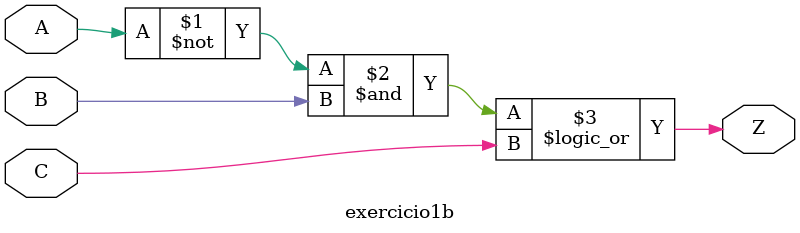
<source format=v>
module exercicio1b(A, B, C, Z);
	input A, B, C;
	output Z;
	
	assign Z = ((~A)&B)||C;
	
endmodule
</source>
